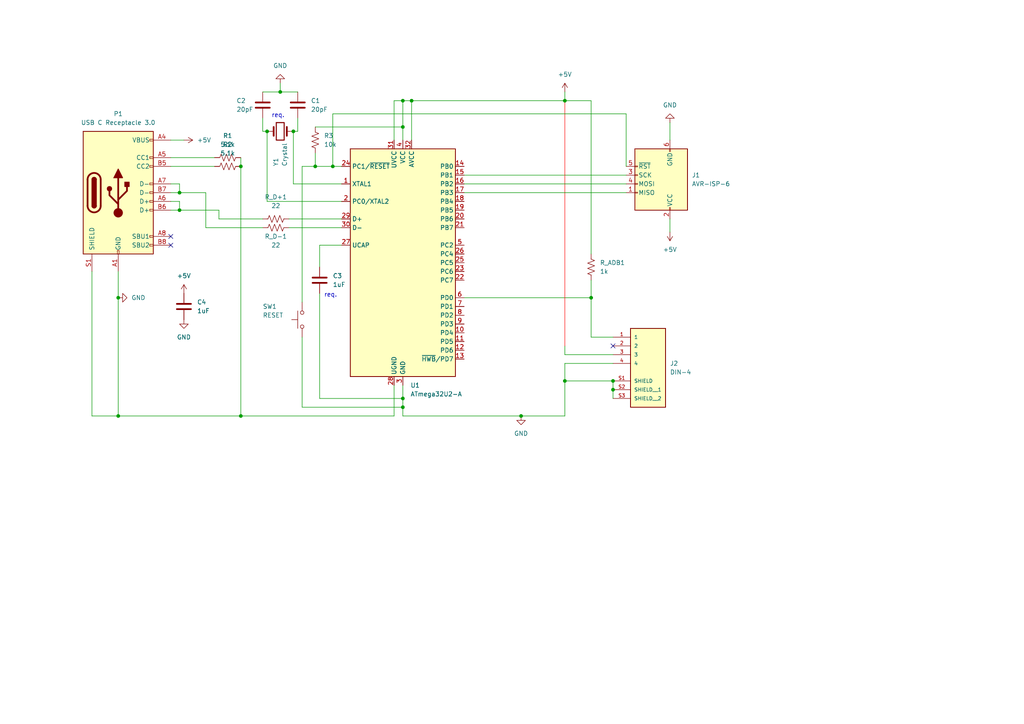
<source format=kicad_sch>
(kicad_sch (version 20230121) (generator eeschema)

  (uuid dd9be068-e6a1-49c9-befa-d3dcc90f4173)

  (paper "A4")

  (title_block
    (title "ADB to USB")
    (rev "01")
    (company "theking8694")
  )

  (lib_symbols
    (symbol "Connector:AVR-ISP-6" (pin_names (offset 1.016)) (in_bom yes) (on_board yes)
      (property "Reference" "J" (at -6.35 11.43 0)
        (effects (font (size 1.27 1.27)) (justify left))
      )
      (property "Value" "AVR-ISP-6" (at 0 11.43 0)
        (effects (font (size 1.27 1.27)) (justify left))
      )
      (property "Footprint" "" (at -6.35 1.27 90)
        (effects (font (size 1.27 1.27)) hide)
      )
      (property "Datasheet" " ~" (at -32.385 -13.97 0)
        (effects (font (size 1.27 1.27)) hide)
      )
      (property "ki_keywords" "AVR ISP Connector" (at 0 0 0)
        (effects (font (size 1.27 1.27)) hide)
      )
      (property "ki_description" "Atmel 6-pin ISP connector" (at 0 0 0)
        (effects (font (size 1.27 1.27)) hide)
      )
      (property "ki_fp_filters" "IDC?Header*2x03* Pin?Header*2x03*" (at 0 0 0)
        (effects (font (size 1.27 1.27)) hide)
      )
      (symbol "AVR-ISP-6_0_1"
        (rectangle (start -2.667 -6.858) (end -2.413 -7.62)
          (stroke (width 0) (type default))
          (fill (type none))
        )
        (rectangle (start -2.667 10.16) (end -2.413 9.398)
          (stroke (width 0) (type default))
          (fill (type none))
        )
        (rectangle (start 7.62 -2.413) (end 6.858 -2.667)
          (stroke (width 0) (type default))
          (fill (type none))
        )
        (rectangle (start 7.62 0.127) (end 6.858 -0.127)
          (stroke (width 0) (type default))
          (fill (type none))
        )
        (rectangle (start 7.62 2.667) (end 6.858 2.413)
          (stroke (width 0) (type default))
          (fill (type none))
        )
        (rectangle (start 7.62 5.207) (end 6.858 4.953)
          (stroke (width 0) (type default))
          (fill (type none))
        )
        (rectangle (start 7.62 10.16) (end -7.62 -7.62)
          (stroke (width 0.254) (type default))
          (fill (type background))
        )
      )
      (symbol "AVR-ISP-6_1_1"
        (pin passive line (at 10.16 5.08 180) (length 2.54)
          (name "MISO" (effects (font (size 1.27 1.27))))
          (number "1" (effects (font (size 1.27 1.27))))
        )
        (pin passive line (at -2.54 12.7 270) (length 2.54)
          (name "VCC" (effects (font (size 1.27 1.27))))
          (number "2" (effects (font (size 1.27 1.27))))
        )
        (pin passive line (at 10.16 0 180) (length 2.54)
          (name "SCK" (effects (font (size 1.27 1.27))))
          (number "3" (effects (font (size 1.27 1.27))))
        )
        (pin passive line (at 10.16 2.54 180) (length 2.54)
          (name "MOSI" (effects (font (size 1.27 1.27))))
          (number "4" (effects (font (size 1.27 1.27))))
        )
        (pin passive line (at 10.16 -2.54 180) (length 2.54)
          (name "~{RST}" (effects (font (size 1.27 1.27))))
          (number "5" (effects (font (size 1.27 1.27))))
        )
        (pin passive line (at -2.54 -10.16 90) (length 2.54)
          (name "GND" (effects (font (size 1.27 1.27))))
          (number "6" (effects (font (size 1.27 1.27))))
        )
      )
    )
    (symbol "Connector:USB_C_Receptacle_USB2.0" (pin_names (offset 1.016)) (in_bom yes) (on_board yes)
      (property "Reference" "J" (at -10.16 19.05 0)
        (effects (font (size 1.27 1.27)) (justify left))
      )
      (property "Value" "USB_C_Receptacle_USB2.0" (at 19.05 19.05 0)
        (effects (font (size 1.27 1.27)) (justify right))
      )
      (property "Footprint" "" (at 3.81 0 0)
        (effects (font (size 1.27 1.27)) hide)
      )
      (property "Datasheet" "https://www.usb.org/sites/default/files/documents/usb_type-c.zip" (at 3.81 0 0)
        (effects (font (size 1.27 1.27)) hide)
      )
      (property "ki_keywords" "usb universal serial bus type-C USB2.0" (at 0 0 0)
        (effects (font (size 1.27 1.27)) hide)
      )
      (property "ki_description" "USB 2.0-only Type-C Receptacle connector" (at 0 0 0)
        (effects (font (size 1.27 1.27)) hide)
      )
      (property "ki_fp_filters" "USB*C*Receptacle*" (at 0 0 0)
        (effects (font (size 1.27 1.27)) hide)
      )
      (symbol "USB_C_Receptacle_USB2.0_0_0"
        (rectangle (start -0.254 -17.78) (end 0.254 -16.764)
          (stroke (width 0) (type default))
          (fill (type none))
        )
        (rectangle (start 10.16 -14.986) (end 9.144 -15.494)
          (stroke (width 0) (type default))
          (fill (type none))
        )
        (rectangle (start 10.16 -12.446) (end 9.144 -12.954)
          (stroke (width 0) (type default))
          (fill (type none))
        )
        (rectangle (start 10.16 -4.826) (end 9.144 -5.334)
          (stroke (width 0) (type default))
          (fill (type none))
        )
        (rectangle (start 10.16 -2.286) (end 9.144 -2.794)
          (stroke (width 0) (type default))
          (fill (type none))
        )
        (rectangle (start 10.16 0.254) (end 9.144 -0.254)
          (stroke (width 0) (type default))
          (fill (type none))
        )
        (rectangle (start 10.16 2.794) (end 9.144 2.286)
          (stroke (width 0) (type default))
          (fill (type none))
        )
        (rectangle (start 10.16 7.874) (end 9.144 7.366)
          (stroke (width 0) (type default))
          (fill (type none))
        )
        (rectangle (start 10.16 10.414) (end 9.144 9.906)
          (stroke (width 0) (type default))
          (fill (type none))
        )
        (rectangle (start 10.16 15.494) (end 9.144 14.986)
          (stroke (width 0) (type default))
          (fill (type none))
        )
      )
      (symbol "USB_C_Receptacle_USB2.0_0_1"
        (rectangle (start -10.16 17.78) (end 10.16 -17.78)
          (stroke (width 0.254) (type default))
          (fill (type background))
        )
        (arc (start -8.89 -3.81) (mid -6.985 -5.7067) (end -5.08 -3.81)
          (stroke (width 0.508) (type default))
          (fill (type none))
        )
        (arc (start -7.62 -3.81) (mid -6.985 -4.4423) (end -6.35 -3.81)
          (stroke (width 0.254) (type default))
          (fill (type none))
        )
        (arc (start -7.62 -3.81) (mid -6.985 -4.4423) (end -6.35 -3.81)
          (stroke (width 0.254) (type default))
          (fill (type outline))
        )
        (rectangle (start -7.62 -3.81) (end -6.35 3.81)
          (stroke (width 0.254) (type default))
          (fill (type outline))
        )
        (arc (start -6.35 3.81) (mid -6.985 4.4423) (end -7.62 3.81)
          (stroke (width 0.254) (type default))
          (fill (type none))
        )
        (arc (start -6.35 3.81) (mid -6.985 4.4423) (end -7.62 3.81)
          (stroke (width 0.254) (type default))
          (fill (type outline))
        )
        (arc (start -5.08 3.81) (mid -6.985 5.7067) (end -8.89 3.81)
          (stroke (width 0.508) (type default))
          (fill (type none))
        )
        (circle (center -2.54 1.143) (radius 0.635)
          (stroke (width 0.254) (type default))
          (fill (type outline))
        )
        (circle (center 0 -5.842) (radius 1.27)
          (stroke (width 0) (type default))
          (fill (type outline))
        )
        (polyline
          (pts
            (xy -8.89 -3.81)
            (xy -8.89 3.81)
          )
          (stroke (width 0.508) (type default))
          (fill (type none))
        )
        (polyline
          (pts
            (xy -5.08 3.81)
            (xy -5.08 -3.81)
          )
          (stroke (width 0.508) (type default))
          (fill (type none))
        )
        (polyline
          (pts
            (xy 0 -5.842)
            (xy 0 4.318)
          )
          (stroke (width 0.508) (type default))
          (fill (type none))
        )
        (polyline
          (pts
            (xy 0 -3.302)
            (xy -2.54 -0.762)
            (xy -2.54 0.508)
          )
          (stroke (width 0.508) (type default))
          (fill (type none))
        )
        (polyline
          (pts
            (xy 0 -2.032)
            (xy 2.54 0.508)
            (xy 2.54 1.778)
          )
          (stroke (width 0.508) (type default))
          (fill (type none))
        )
        (polyline
          (pts
            (xy -1.27 4.318)
            (xy 0 6.858)
            (xy 1.27 4.318)
            (xy -1.27 4.318)
          )
          (stroke (width 0.254) (type default))
          (fill (type outline))
        )
        (rectangle (start 1.905 1.778) (end 3.175 3.048)
          (stroke (width 0.254) (type default))
          (fill (type outline))
        )
      )
      (symbol "USB_C_Receptacle_USB2.0_1_1"
        (pin passive line (at 0 -22.86 90) (length 5.08)
          (name "GND" (effects (font (size 1.27 1.27))))
          (number "A1" (effects (font (size 1.27 1.27))))
        )
        (pin passive line (at 0 -22.86 90) (length 5.08) hide
          (name "GND" (effects (font (size 1.27 1.27))))
          (number "A12" (effects (font (size 1.27 1.27))))
        )
        (pin passive line (at 15.24 15.24 180) (length 5.08)
          (name "VBUS" (effects (font (size 1.27 1.27))))
          (number "A4" (effects (font (size 1.27 1.27))))
        )
        (pin bidirectional line (at 15.24 10.16 180) (length 5.08)
          (name "CC1" (effects (font (size 1.27 1.27))))
          (number "A5" (effects (font (size 1.27 1.27))))
        )
        (pin bidirectional line (at 15.24 -2.54 180) (length 5.08)
          (name "D+" (effects (font (size 1.27 1.27))))
          (number "A6" (effects (font (size 1.27 1.27))))
        )
        (pin bidirectional line (at 15.24 2.54 180) (length 5.08)
          (name "D-" (effects (font (size 1.27 1.27))))
          (number "A7" (effects (font (size 1.27 1.27))))
        )
        (pin bidirectional line (at 15.24 -12.7 180) (length 5.08)
          (name "SBU1" (effects (font (size 1.27 1.27))))
          (number "A8" (effects (font (size 1.27 1.27))))
        )
        (pin passive line (at 15.24 15.24 180) (length 5.08) hide
          (name "VBUS" (effects (font (size 1.27 1.27))))
          (number "A9" (effects (font (size 1.27 1.27))))
        )
        (pin passive line (at 0 -22.86 90) (length 5.08) hide
          (name "GND" (effects (font (size 1.27 1.27))))
          (number "B1" (effects (font (size 1.27 1.27))))
        )
        (pin passive line (at 0 -22.86 90) (length 5.08) hide
          (name "GND" (effects (font (size 1.27 1.27))))
          (number "B12" (effects (font (size 1.27 1.27))))
        )
        (pin passive line (at 15.24 15.24 180) (length 5.08) hide
          (name "VBUS" (effects (font (size 1.27 1.27))))
          (number "B4" (effects (font (size 1.27 1.27))))
        )
        (pin bidirectional line (at 15.24 7.62 180) (length 5.08)
          (name "CC2" (effects (font (size 1.27 1.27))))
          (number "B5" (effects (font (size 1.27 1.27))))
        )
        (pin bidirectional line (at 15.24 -5.08 180) (length 5.08)
          (name "D+" (effects (font (size 1.27 1.27))))
          (number "B6" (effects (font (size 1.27 1.27))))
        )
        (pin bidirectional line (at 15.24 0 180) (length 5.08)
          (name "D-" (effects (font (size 1.27 1.27))))
          (number "B7" (effects (font (size 1.27 1.27))))
        )
        (pin bidirectional line (at 15.24 -15.24 180) (length 5.08)
          (name "SBU2" (effects (font (size 1.27 1.27))))
          (number "B8" (effects (font (size 1.27 1.27))))
        )
        (pin passive line (at 15.24 15.24 180) (length 5.08) hide
          (name "VBUS" (effects (font (size 1.27 1.27))))
          (number "B9" (effects (font (size 1.27 1.27))))
        )
        (pin passive line (at -7.62 -22.86 90) (length 5.08)
          (name "SHIELD" (effects (font (size 1.27 1.27))))
          (number "S1" (effects (font (size 1.27 1.27))))
        )
      )
    )
    (symbol "Device:C" (pin_numbers hide) (pin_names (offset 0.254)) (in_bom yes) (on_board yes)
      (property "Reference" "C" (at 0.635 2.54 0)
        (effects (font (size 1.27 1.27)) (justify left))
      )
      (property "Value" "C" (at 0.635 -2.54 0)
        (effects (font (size 1.27 1.27)) (justify left))
      )
      (property "Footprint" "" (at 0.9652 -3.81 0)
        (effects (font (size 1.27 1.27)) hide)
      )
      (property "Datasheet" "~" (at 0 0 0)
        (effects (font (size 1.27 1.27)) hide)
      )
      (property "ki_keywords" "cap capacitor" (at 0 0 0)
        (effects (font (size 1.27 1.27)) hide)
      )
      (property "ki_description" "Unpolarized capacitor" (at 0 0 0)
        (effects (font (size 1.27 1.27)) hide)
      )
      (property "ki_fp_filters" "C_*" (at 0 0 0)
        (effects (font (size 1.27 1.27)) hide)
      )
      (symbol "C_0_1"
        (polyline
          (pts
            (xy -2.032 -0.762)
            (xy 2.032 -0.762)
          )
          (stroke (width 0.508) (type default))
          (fill (type none))
        )
        (polyline
          (pts
            (xy -2.032 0.762)
            (xy 2.032 0.762)
          )
          (stroke (width 0.508) (type default))
          (fill (type none))
        )
      )
      (symbol "C_1_1"
        (pin passive line (at 0 3.81 270) (length 2.794)
          (name "~" (effects (font (size 1.27 1.27))))
          (number "1" (effects (font (size 1.27 1.27))))
        )
        (pin passive line (at 0 -3.81 90) (length 2.794)
          (name "~" (effects (font (size 1.27 1.27))))
          (number "2" (effects (font (size 1.27 1.27))))
        )
      )
    )
    (symbol "Device:Crystal" (pin_numbers hide) (pin_names (offset 1.016) hide) (in_bom yes) (on_board yes)
      (property "Reference" "Y" (at 0 3.81 0)
        (effects (font (size 1.27 1.27)))
      )
      (property "Value" "Crystal" (at 0 -3.81 0)
        (effects (font (size 1.27 1.27)))
      )
      (property "Footprint" "" (at 0 0 0)
        (effects (font (size 1.27 1.27)) hide)
      )
      (property "Datasheet" "~" (at 0 0 0)
        (effects (font (size 1.27 1.27)) hide)
      )
      (property "ki_keywords" "quartz ceramic resonator oscillator" (at 0 0 0)
        (effects (font (size 1.27 1.27)) hide)
      )
      (property "ki_description" "Two pin crystal" (at 0 0 0)
        (effects (font (size 1.27 1.27)) hide)
      )
      (property "ki_fp_filters" "Crystal*" (at 0 0 0)
        (effects (font (size 1.27 1.27)) hide)
      )
      (symbol "Crystal_0_1"
        (rectangle (start -1.143 2.54) (end 1.143 -2.54)
          (stroke (width 0.3048) (type default))
          (fill (type none))
        )
        (polyline
          (pts
            (xy -2.54 0)
            (xy -1.905 0)
          )
          (stroke (width 0) (type default))
          (fill (type none))
        )
        (polyline
          (pts
            (xy -1.905 -1.27)
            (xy -1.905 1.27)
          )
          (stroke (width 0.508) (type default))
          (fill (type none))
        )
        (polyline
          (pts
            (xy 1.905 -1.27)
            (xy 1.905 1.27)
          )
          (stroke (width 0.508) (type default))
          (fill (type none))
        )
        (polyline
          (pts
            (xy 2.54 0)
            (xy 1.905 0)
          )
          (stroke (width 0) (type default))
          (fill (type none))
        )
      )
      (symbol "Crystal_1_1"
        (pin passive line (at -3.81 0 0) (length 1.27)
          (name "1" (effects (font (size 1.27 1.27))))
          (number "1" (effects (font (size 1.27 1.27))))
        )
        (pin passive line (at 3.81 0 180) (length 1.27)
          (name "2" (effects (font (size 1.27 1.27))))
          (number "2" (effects (font (size 1.27 1.27))))
        )
      )
    )
    (symbol "Device:R_US" (pin_numbers hide) (pin_names (offset 0)) (in_bom yes) (on_board yes)
      (property "Reference" "R" (at 2.54 0 90)
        (effects (font (size 1.27 1.27)))
      )
      (property "Value" "R_US" (at -2.54 0 90)
        (effects (font (size 1.27 1.27)))
      )
      (property "Footprint" "" (at 1.016 -0.254 90)
        (effects (font (size 1.27 1.27)) hide)
      )
      (property "Datasheet" "~" (at 0 0 0)
        (effects (font (size 1.27 1.27)) hide)
      )
      (property "ki_keywords" "R res resistor" (at 0 0 0)
        (effects (font (size 1.27 1.27)) hide)
      )
      (property "ki_description" "Resistor, US symbol" (at 0 0 0)
        (effects (font (size 1.27 1.27)) hide)
      )
      (property "ki_fp_filters" "R_*" (at 0 0 0)
        (effects (font (size 1.27 1.27)) hide)
      )
      (symbol "R_US_0_1"
        (polyline
          (pts
            (xy 0 -2.286)
            (xy 0 -2.54)
          )
          (stroke (width 0) (type default))
          (fill (type none))
        )
        (polyline
          (pts
            (xy 0 2.286)
            (xy 0 2.54)
          )
          (stroke (width 0) (type default))
          (fill (type none))
        )
        (polyline
          (pts
            (xy 0 -0.762)
            (xy 1.016 -1.143)
            (xy 0 -1.524)
            (xy -1.016 -1.905)
            (xy 0 -2.286)
          )
          (stroke (width 0) (type default))
          (fill (type none))
        )
        (polyline
          (pts
            (xy 0 0.762)
            (xy 1.016 0.381)
            (xy 0 0)
            (xy -1.016 -0.381)
            (xy 0 -0.762)
          )
          (stroke (width 0) (type default))
          (fill (type none))
        )
        (polyline
          (pts
            (xy 0 2.286)
            (xy 1.016 1.905)
            (xy 0 1.524)
            (xy -1.016 1.143)
            (xy 0 0.762)
          )
          (stroke (width 0) (type default))
          (fill (type none))
        )
      )
      (symbol "R_US_1_1"
        (pin passive line (at 0 3.81 270) (length 1.27)
          (name "~" (effects (font (size 1.27 1.27))))
          (number "1" (effects (font (size 1.27 1.27))))
        )
        (pin passive line (at 0 -3.81 90) (length 1.27)
          (name "~" (effects (font (size 1.27 1.27))))
          (number "2" (effects (font (size 1.27 1.27))))
        )
      )
    )
    (symbol "MCU_Microchip_ATmega:ATmega32U2-A" (in_bom yes) (on_board yes)
      (property "Reference" "U" (at -15.24 34.29 0)
        (effects (font (size 1.27 1.27)) (justify left bottom))
      )
      (property "Value" "ATmega32U2-A" (at 2.54 -34.29 0)
        (effects (font (size 1.27 1.27)) (justify left top))
      )
      (property "Footprint" "Package_QFP:TQFP-32_7x7mm_P0.8mm" (at 0 0 0)
        (effects (font (size 1.27 1.27) italic) hide)
      )
      (property "Datasheet" "http://ww1.microchip.com/downloads/en/DeviceDoc/doc7799.pdf" (at 0 0 0)
        (effects (font (size 1.27 1.27)) hide)
      )
      (property "ki_keywords" "AVR 8bit Microcontroller MegaAVR" (at 0 0 0)
        (effects (font (size 1.27 1.27)) hide)
      )
      (property "ki_description" "16MHz, 32kB Flash, 1kB SRAM, 1kB EEPROM, TQFP-32" (at 0 0 0)
        (effects (font (size 1.27 1.27)) hide)
      )
      (property "ki_fp_filters" "TQFP*7x7mm*P0.8mm*" (at 0 0 0)
        (effects (font (size 1.27 1.27)) hide)
      )
      (symbol "ATmega32U2-A_0_1"
        (rectangle (start -15.24 -33.02) (end 15.24 33.02)
          (stroke (width 0.254) (type default))
          (fill (type background))
        )
      )
      (symbol "ATmega32U2-A_1_1"
        (pin input line (at -17.78 22.86 0) (length 2.54)
          (name "XTAL1" (effects (font (size 1.27 1.27))))
          (number "1" (effects (font (size 1.27 1.27))))
        )
        (pin bidirectional line (at 17.78 -20.32 180) (length 2.54)
          (name "PD4" (effects (font (size 1.27 1.27))))
          (number "10" (effects (font (size 1.27 1.27))))
        )
        (pin bidirectional line (at 17.78 -22.86 180) (length 2.54)
          (name "PD5" (effects (font (size 1.27 1.27))))
          (number "11" (effects (font (size 1.27 1.27))))
        )
        (pin bidirectional line (at 17.78 -25.4 180) (length 2.54)
          (name "PD6" (effects (font (size 1.27 1.27))))
          (number "12" (effects (font (size 1.27 1.27))))
        )
        (pin bidirectional line (at 17.78 -27.94 180) (length 2.54)
          (name "~{HWB}/PD7" (effects (font (size 1.27 1.27))))
          (number "13" (effects (font (size 1.27 1.27))))
        )
        (pin bidirectional line (at 17.78 27.94 180) (length 2.54)
          (name "PB0" (effects (font (size 1.27 1.27))))
          (number "14" (effects (font (size 1.27 1.27))))
        )
        (pin bidirectional line (at 17.78 25.4 180) (length 2.54)
          (name "PB1" (effects (font (size 1.27 1.27))))
          (number "15" (effects (font (size 1.27 1.27))))
        )
        (pin bidirectional line (at 17.78 22.86 180) (length 2.54)
          (name "PB2" (effects (font (size 1.27 1.27))))
          (number "16" (effects (font (size 1.27 1.27))))
        )
        (pin bidirectional line (at 17.78 20.32 180) (length 2.54)
          (name "PB3" (effects (font (size 1.27 1.27))))
          (number "17" (effects (font (size 1.27 1.27))))
        )
        (pin bidirectional line (at 17.78 17.78 180) (length 2.54)
          (name "PB4" (effects (font (size 1.27 1.27))))
          (number "18" (effects (font (size 1.27 1.27))))
        )
        (pin bidirectional line (at 17.78 15.24 180) (length 2.54)
          (name "PB5" (effects (font (size 1.27 1.27))))
          (number "19" (effects (font (size 1.27 1.27))))
        )
        (pin bidirectional line (at -17.78 17.78 0) (length 2.54)
          (name "PC0/XTAL2" (effects (font (size 1.27 1.27))))
          (number "2" (effects (font (size 1.27 1.27))))
        )
        (pin bidirectional line (at 17.78 12.7 180) (length 2.54)
          (name "PB6" (effects (font (size 1.27 1.27))))
          (number "20" (effects (font (size 1.27 1.27))))
        )
        (pin bidirectional line (at 17.78 10.16 180) (length 2.54)
          (name "PB7" (effects (font (size 1.27 1.27))))
          (number "21" (effects (font (size 1.27 1.27))))
        )
        (pin bidirectional line (at 17.78 -5.08 180) (length 2.54)
          (name "PC7" (effects (font (size 1.27 1.27))))
          (number "22" (effects (font (size 1.27 1.27))))
        )
        (pin bidirectional line (at 17.78 -2.54 180) (length 2.54)
          (name "PC6" (effects (font (size 1.27 1.27))))
          (number "23" (effects (font (size 1.27 1.27))))
        )
        (pin bidirectional line (at -17.78 27.94 0) (length 2.54)
          (name "PC1/~{RESET}" (effects (font (size 1.27 1.27))))
          (number "24" (effects (font (size 1.27 1.27))))
        )
        (pin bidirectional line (at 17.78 0 180) (length 2.54)
          (name "PC5" (effects (font (size 1.27 1.27))))
          (number "25" (effects (font (size 1.27 1.27))))
        )
        (pin bidirectional line (at 17.78 2.54 180) (length 2.54)
          (name "PC4" (effects (font (size 1.27 1.27))))
          (number "26" (effects (font (size 1.27 1.27))))
        )
        (pin passive line (at -17.78 5.08 0) (length 2.54)
          (name "UCAP" (effects (font (size 1.27 1.27))))
          (number "27" (effects (font (size 1.27 1.27))))
        )
        (pin power_in line (at -2.54 -35.56 90) (length 2.54)
          (name "UGND" (effects (font (size 1.27 1.27))))
          (number "28" (effects (font (size 1.27 1.27))))
        )
        (pin bidirectional line (at -17.78 12.7 0) (length 2.54)
          (name "D+" (effects (font (size 1.27 1.27))))
          (number "29" (effects (font (size 1.27 1.27))))
        )
        (pin power_in line (at 0 -35.56 90) (length 2.54)
          (name "GND" (effects (font (size 1.27 1.27))))
          (number "3" (effects (font (size 1.27 1.27))))
        )
        (pin bidirectional line (at -17.78 10.16 0) (length 2.54)
          (name "D-" (effects (font (size 1.27 1.27))))
          (number "30" (effects (font (size 1.27 1.27))))
        )
        (pin power_in line (at -2.54 35.56 270) (length 2.54)
          (name "UVCC" (effects (font (size 1.27 1.27))))
          (number "31" (effects (font (size 1.27 1.27))))
        )
        (pin power_in line (at 2.54 35.56 270) (length 2.54)
          (name "AVCC" (effects (font (size 1.27 1.27))))
          (number "32" (effects (font (size 1.27 1.27))))
        )
        (pin power_in line (at 0 35.56 270) (length 2.54)
          (name "VCC" (effects (font (size 1.27 1.27))))
          (number "4" (effects (font (size 1.27 1.27))))
        )
        (pin bidirectional line (at 17.78 5.08 180) (length 2.54)
          (name "PC2" (effects (font (size 1.27 1.27))))
          (number "5" (effects (font (size 1.27 1.27))))
        )
        (pin bidirectional line (at 17.78 -10.16 180) (length 2.54)
          (name "PD0" (effects (font (size 1.27 1.27))))
          (number "6" (effects (font (size 1.27 1.27))))
        )
        (pin bidirectional line (at 17.78 -12.7 180) (length 2.54)
          (name "PD1" (effects (font (size 1.27 1.27))))
          (number "7" (effects (font (size 1.27 1.27))))
        )
        (pin bidirectional line (at 17.78 -15.24 180) (length 2.54)
          (name "PD2" (effects (font (size 1.27 1.27))))
          (number "8" (effects (font (size 1.27 1.27))))
        )
        (pin bidirectional line (at 17.78 -17.78 180) (length 2.54)
          (name "PD3" (effects (font (size 1.27 1.27))))
          (number "9" (effects (font (size 1.27 1.27))))
        )
      )
    )
    (symbol "MD-40SMK:MD-40SMK" (pin_names (offset 1.016)) (in_bom yes) (on_board yes)
      (property "Reference" "J" (at -5.081 7.6215 0)
        (effects (font (size 1.27 1.27)) (justify left bottom))
      )
      (property "Value" "MD-40SMK" (at -5.0888 -17.8019 0)
        (effects (font (size 1.27 1.27)) (justify left bottom))
      )
      (property "Footprint" "MD-40SMK:CUI_MD-40SMK" (at 0 0 0)
        (effects (font (size 1.27 1.27)) (justify bottom) hide)
      )
      (property "Datasheet" "" (at 0 0 0)
        (effects (font (size 1.27 1.27)) hide)
      )
      (property "STANDARD" "Manufacturer recommendation" (at 0 0 0)
        (effects (font (size 1.27 1.27)) (justify bottom) hide)
      )
      (property "PART_REV" "1.02" (at 0 0 0)
        (effects (font (size 1.27 1.27)) (justify bottom) hide)
      )
      (property "MANUFACTURER" "CUI Inc" (at 0 0 0)
        (effects (font (size 1.27 1.27)) (justify bottom) hide)
      )
      (symbol "MD-40SMK_0_0"
        (rectangle (start -5.08 -15.24) (end 5.08 7.62)
          (stroke (width 0.254) (type default))
          (fill (type background))
        )
        (pin passive line (at -10.16 5.08 0) (length 5.08)
          (name "1" (effects (font (size 1.016 1.016))))
          (number "1" (effects (font (size 1.016 1.016))))
        )
        (pin passive line (at -10.16 2.54 0) (length 5.08)
          (name "2" (effects (font (size 1.016 1.016))))
          (number "2" (effects (font (size 1.016 1.016))))
        )
        (pin passive line (at -10.16 0 0) (length 5.08)
          (name "3" (effects (font (size 1.016 1.016))))
          (number "3" (effects (font (size 1.016 1.016))))
        )
        (pin passive line (at -10.16 -2.54 0) (length 5.08)
          (name "4" (effects (font (size 1.016 1.016))))
          (number "4" (effects (font (size 1.016 1.016))))
        )
        (pin passive line (at -10.16 -7.62 0) (length 5.08)
          (name "SHIELD" (effects (font (size 1.016 1.016))))
          (number "S1" (effects (font (size 1.016 1.016))))
        )
        (pin passive line (at -10.16 -10.16 0) (length 5.08)
          (name "SHIELD__1" (effects (font (size 1.016 1.016))))
          (number "S2" (effects (font (size 1.016 1.016))))
        )
        (pin passive line (at -10.16 -12.7 0) (length 5.08)
          (name "SHIELD__2" (effects (font (size 1.016 1.016))))
          (number "S3" (effects (font (size 1.016 1.016))))
        )
      )
    )
    (symbol "Switch:SW_Push" (pin_numbers hide) (pin_names (offset 1.016) hide) (in_bom yes) (on_board yes)
      (property "Reference" "SW" (at 1.27 2.54 0)
        (effects (font (size 1.27 1.27)) (justify left))
      )
      (property "Value" "SW_Push" (at 0 -1.524 0)
        (effects (font (size 1.27 1.27)))
      )
      (property "Footprint" "" (at 0 5.08 0)
        (effects (font (size 1.27 1.27)) hide)
      )
      (property "Datasheet" "~" (at 0 5.08 0)
        (effects (font (size 1.27 1.27)) hide)
      )
      (property "ki_keywords" "switch normally-open pushbutton push-button" (at 0 0 0)
        (effects (font (size 1.27 1.27)) hide)
      )
      (property "ki_description" "Push button switch, generic, two pins" (at 0 0 0)
        (effects (font (size 1.27 1.27)) hide)
      )
      (symbol "SW_Push_0_1"
        (circle (center -2.032 0) (radius 0.508)
          (stroke (width 0) (type default))
          (fill (type none))
        )
        (polyline
          (pts
            (xy 0 1.27)
            (xy 0 3.048)
          )
          (stroke (width 0) (type default))
          (fill (type none))
        )
        (polyline
          (pts
            (xy 2.54 1.27)
            (xy -2.54 1.27)
          )
          (stroke (width 0) (type default))
          (fill (type none))
        )
        (circle (center 2.032 0) (radius 0.508)
          (stroke (width 0) (type default))
          (fill (type none))
        )
        (pin passive line (at -5.08 0 0) (length 2.54)
          (name "1" (effects (font (size 1.27 1.27))))
          (number "1" (effects (font (size 1.27 1.27))))
        )
        (pin passive line (at 5.08 0 180) (length 2.54)
          (name "2" (effects (font (size 1.27 1.27))))
          (number "2" (effects (font (size 1.27 1.27))))
        )
      )
    )
    (symbol "power:+5V" (power) (pin_names (offset 0)) (in_bom yes) (on_board yes)
      (property "Reference" "#PWR" (at 0 -3.81 0)
        (effects (font (size 1.27 1.27)) hide)
      )
      (property "Value" "+5V" (at 0 3.556 0)
        (effects (font (size 1.27 1.27)))
      )
      (property "Footprint" "" (at 0 0 0)
        (effects (font (size 1.27 1.27)) hide)
      )
      (property "Datasheet" "" (at 0 0 0)
        (effects (font (size 1.27 1.27)) hide)
      )
      (property "ki_keywords" "global power" (at 0 0 0)
        (effects (font (size 1.27 1.27)) hide)
      )
      (property "ki_description" "Power symbol creates a global label with name \"+5V\"" (at 0 0 0)
        (effects (font (size 1.27 1.27)) hide)
      )
      (symbol "+5V_0_1"
        (polyline
          (pts
            (xy -0.762 1.27)
            (xy 0 2.54)
          )
          (stroke (width 0) (type default))
          (fill (type none))
        )
        (polyline
          (pts
            (xy 0 0)
            (xy 0 2.54)
          )
          (stroke (width 0) (type default))
          (fill (type none))
        )
        (polyline
          (pts
            (xy 0 2.54)
            (xy 0.762 1.27)
          )
          (stroke (width 0) (type default))
          (fill (type none))
        )
      )
      (symbol "+5V_1_1"
        (pin power_in line (at 0 0 90) (length 0) hide
          (name "+5V" (effects (font (size 1.27 1.27))))
          (number "1" (effects (font (size 1.27 1.27))))
        )
      )
    )
    (symbol "power:GND" (power) (pin_names (offset 0)) (in_bom yes) (on_board yes)
      (property "Reference" "#PWR" (at 0 -6.35 0)
        (effects (font (size 1.27 1.27)) hide)
      )
      (property "Value" "GND" (at 0 -3.81 0)
        (effects (font (size 1.27 1.27)))
      )
      (property "Footprint" "" (at 0 0 0)
        (effects (font (size 1.27 1.27)) hide)
      )
      (property "Datasheet" "" (at 0 0 0)
        (effects (font (size 1.27 1.27)) hide)
      )
      (property "ki_keywords" "global power" (at 0 0 0)
        (effects (font (size 1.27 1.27)) hide)
      )
      (property "ki_description" "Power symbol creates a global label with name \"GND\" , ground" (at 0 0 0)
        (effects (font (size 1.27 1.27)) hide)
      )
      (symbol "GND_0_1"
        (polyline
          (pts
            (xy 0 0)
            (xy 0 -1.27)
            (xy 1.27 -1.27)
            (xy 0 -2.54)
            (xy -1.27 -1.27)
            (xy 0 -1.27)
          )
          (stroke (width 0) (type default))
          (fill (type none))
        )
      )
      (symbol "GND_1_1"
        (pin power_in line (at 0 0 270) (length 0) hide
          (name "GND" (effects (font (size 1.27 1.27))))
          (number "1" (effects (font (size 1.27 1.27))))
        )
      )
    )
  )

  (junction (at 34.29 120.65) (diameter 0) (color 0 0 0 0)
    (uuid 0887fafb-802b-4f99-b532-a231bb816cbc)
  )
  (junction (at 69.85 120.65) (diameter 0) (color 0 0 0 0)
    (uuid 17d02e5a-4063-4a33-b3ef-e0fc33597d3c)
  )
  (junction (at 69.85 48.26) (diameter 0) (color 0 0 0 0)
    (uuid 234cb755-b311-49c7-bbe5-da3da8831b64)
  )
  (junction (at 171.45 86.36) (diameter 0) (color 0 0 0 0)
    (uuid 250b6b1a-d705-4553-b76a-925e2241ef08)
  )
  (junction (at 96.52 48.26) (diameter 0) (color 0 0 0 0)
    (uuid 4f0d636e-b1da-46fb-97fd-01aff7ca9466)
  )
  (junction (at 177.8 113.03) (diameter 0) (color 0 0 0 0)
    (uuid 71b2d4e1-fc35-4cd0-bb28-8cf723702911)
  )
  (junction (at 119.38 29.21) (diameter 0) (color 0 0 0 0)
    (uuid 722462f0-4366-46d8-8082-51e92b841a64)
  )
  (junction (at 81.28 26.67) (diameter 0) (color 0 0 0 0)
    (uuid 79ffb1ca-4066-4101-b102-cf8e4baab5ec)
  )
  (junction (at 34.29 86.36) (diameter 0) (color 0 0 0 0)
    (uuid 900d7657-3703-45b8-b4f5-2472c125fec9)
  )
  (junction (at 116.84 118.11) (diameter 0) (color 0 0 0 0)
    (uuid 962b1bf6-25d2-4e70-8578-d0bbce3b02ab)
  )
  (junction (at 163.83 29.21) (diameter 0) (color 0 0 0 0)
    (uuid 97c11def-44ef-4fcf-9ee1-c5d653522fe8)
  )
  (junction (at 116.84 36.83) (diameter 0) (color 0 0 0 0)
    (uuid 99950e34-c12c-4f99-8714-c1d6fe64eedf)
  )
  (junction (at 52.07 55.88) (diameter 0) (color 0 0 0 0)
    (uuid a89a9c61-deed-4c64-be53-98fedd89ca60)
  )
  (junction (at 163.83 110.49) (diameter 0) (color 0 0 0 0)
    (uuid a8d3459f-5ecb-4a30-8c16-d62242c64f3b)
  )
  (junction (at 177.8 110.49) (diameter 0) (color 0 0 0 0)
    (uuid b28639c0-c159-401b-b958-9e7df558a91a)
  )
  (junction (at 91.44 48.26) (diameter 0) (color 0 0 0 0)
    (uuid b3abb6ed-e21f-47ce-acd3-82d172fd819e)
  )
  (junction (at 116.84 115.57) (diameter 0) (color 0 0 0 0)
    (uuid c12b8bb4-c7c8-4264-adc0-1041aa765ff5)
  )
  (junction (at 85.09 38.1) (diameter 0) (color 0 0 0 0)
    (uuid c3852dce-7667-4916-9b9d-d862ce3655c1)
  )
  (junction (at 77.47 38.1) (diameter 0) (color 0 0 0 0)
    (uuid d90ce8bd-619d-4cb9-890c-b90c02a75978)
  )
  (junction (at 151.13 120.65) (diameter 0) (color 0 0 0 0)
    (uuid e3237ec8-21b0-4102-9ada-9c44f3dddce9)
  )
  (junction (at 52.07 60.96) (diameter 0) (color 0 0 0 0)
    (uuid f1261dc7-4002-4643-bf77-1ebb5063a47f)
  )
  (junction (at 116.84 29.21) (diameter 0) (color 0 0 0 0)
    (uuid f73a5311-b1da-4344-9756-a882c0291ebb)
  )

  (no_connect (at 177.8 100.33) (uuid 4479e8cc-e06d-4771-9378-b142da46a234))
  (no_connect (at 49.53 71.12) (uuid 7db81ff5-790c-4b29-b945-44ca48621dbc))
  (no_connect (at 49.53 68.58) (uuid 889ece83-7830-4bba-8b33-2b2e1c2abcfc))

  (wire (pts (xy 83.82 66.04) (xy 99.06 66.04))
    (stroke (width 0) (type default))
    (uuid 04ec992d-4038-4ced-b1b8-331416e8d5b1)
  )
  (wire (pts (xy 52.07 53.34) (xy 52.07 55.88))
    (stroke (width 0) (type default))
    (uuid 06cef30b-2fcc-4eb2-8424-e16de388147a)
  )
  (wire (pts (xy 76.2 34.29) (xy 76.2 38.1))
    (stroke (width 0) (type default))
    (uuid 07777ba4-aeb8-48a9-98b9-7961178c556c)
  )
  (wire (pts (xy 116.84 40.64) (xy 116.84 36.83))
    (stroke (width 0) (type default))
    (uuid 087aa18b-36f9-42c1-bdd3-7e7ed4bfb50f)
  )
  (wire (pts (xy 76.2 66.04) (xy 59.69 66.04))
    (stroke (width 0) (type default))
    (uuid 0a5476e5-b31b-420b-8922-93de837becd1)
  )
  (wire (pts (xy 69.85 45.72) (xy 69.85 48.26))
    (stroke (width 0) (type default))
    (uuid 0b6b8495-f4e9-4376-b570-33f8255a3a1c)
  )
  (wire (pts (xy 34.29 120.65) (xy 69.85 120.65))
    (stroke (width 0) (type default))
    (uuid 139c830b-185f-40da-bf3f-810548dfbefe)
  )
  (wire (pts (xy 92.71 77.47) (xy 92.71 71.12))
    (stroke (width 0) (type default))
    (uuid 18442805-de90-40aa-a9fa-6414e399799f)
  )
  (wire (pts (xy 171.45 29.21) (xy 163.83 29.21))
    (stroke (width 0) (type default))
    (uuid 18ea021a-1181-49c9-9f07-c51d190de1d1)
  )
  (wire (pts (xy 34.29 86.36) (xy 34.29 120.65))
    (stroke (width 0) (type default))
    (uuid 1a333e70-3e5d-4cd3-b2aa-ad8dbf968e47)
  )
  (wire (pts (xy 76.2 26.67) (xy 81.28 26.67))
    (stroke (width 0) (type default))
    (uuid 1a694aad-69ae-4183-9b8d-19e1d0d74a9d)
  )
  (wire (pts (xy 177.8 110.49) (xy 177.8 113.03))
    (stroke (width 0) (type default))
    (uuid 1b28f58e-7af3-4558-8dec-776937b7aa6c)
  )
  (wire (pts (xy 91.44 44.45) (xy 91.44 48.26))
    (stroke (width 0) (type default))
    (uuid 1ff6d6e1-a5d3-44f8-8203-75df6b1ecf4b)
  )
  (wire (pts (xy 91.44 36.83) (xy 116.84 36.83))
    (stroke (width 0) (type default))
    (uuid 22db15cc-fca3-4b47-92d6-e4343a72cfcf)
  )
  (wire (pts (xy 49.53 55.88) (xy 52.07 55.88))
    (stroke (width 0) (type default))
    (uuid 24c94c49-e7cb-4546-b9f2-528d4f02671e)
  )
  (wire (pts (xy 119.38 29.21) (xy 119.38 40.64))
    (stroke (width 0) (type default))
    (uuid 25c817a5-9d1e-4fd4-adc5-b353ac64c303)
  )
  (wire (pts (xy 116.84 118.11) (xy 116.84 120.65))
    (stroke (width 0) (type default))
    (uuid 265a6215-5100-4c76-80c8-40d0c5fb0780)
  )
  (wire (pts (xy 49.53 45.72) (xy 62.23 45.72))
    (stroke (width 0) (type default))
    (uuid 2a4b6ab4-1704-4e38-b33b-c1d874c14be2)
  )
  (wire (pts (xy 87.63 48.26) (xy 87.63 87.63))
    (stroke (width 0) (type default))
    (uuid 2b19e84b-1686-4bd6-8c15-bd0a84baa478)
  )
  (wire (pts (xy 77.47 38.1) (xy 77.47 58.42))
    (stroke (width 0) (type default))
    (uuid 2e485d46-6a44-49cb-956a-2bd020de1816)
  )
  (wire (pts (xy 87.63 97.79) (xy 87.63 118.11))
    (stroke (width 0) (type default))
    (uuid 314b17a8-5c9d-4765-8d53-1265f1e1968b)
  )
  (wire (pts (xy 63.5 60.96) (xy 52.07 60.96))
    (stroke (width 0) (type default))
    (uuid 35608b68-22b1-4ff9-8ff2-3707db9f7d8c)
  )
  (wire (pts (xy 49.53 58.42) (xy 52.07 58.42))
    (stroke (width 0) (type default))
    (uuid 3700a413-f7a7-448f-b1f2-da4bd534c01a)
  )
  (wire (pts (xy 99.06 48.26) (xy 96.52 48.26))
    (stroke (width 0) (type default))
    (uuid 3932d85c-41b1-4a02-bc18-1ef7f932f9bd)
  )
  (wire (pts (xy 116.84 120.65) (xy 151.13 120.65))
    (stroke (width 0) (type default))
    (uuid 426704a8-0537-4300-947d-dca17bd8af36)
  )
  (wire (pts (xy 177.8 113.03) (xy 177.8 115.57))
    (stroke (width 0) (type default))
    (uuid 4681f076-7869-436a-a0c7-79497af1a0f0)
  )
  (wire (pts (xy 76.2 63.5) (xy 63.5 63.5))
    (stroke (width 0) (type default))
    (uuid 4d48a5ab-dbe8-489d-806c-f5df92107a25)
  )
  (wire (pts (xy 163.83 105.41) (xy 177.8 105.41))
    (stroke (width 0) (type default))
    (uuid 4e597ac3-b779-4a1f-998a-30f5e88c4d78)
  )
  (wire (pts (xy 69.85 120.65) (xy 114.3 120.65))
    (stroke (width 0) (type default))
    (uuid 50204261-cfdd-4681-af37-f94423533611)
  )
  (wire (pts (xy 86.36 34.29) (xy 86.36 38.1))
    (stroke (width 0) (type default))
    (uuid 505757a4-0723-4498-8f73-0271ec2116b6)
  )
  (wire (pts (xy 34.29 78.74) (xy 34.29 86.36))
    (stroke (width 0) (type default))
    (uuid 5132bb39-7609-49b9-a3b9-9c3cec1c1d9b)
  )
  (wire (pts (xy 81.28 26.67) (xy 81.28 24.13))
    (stroke (width 0) (type default))
    (uuid 586d6f23-3533-4f97-90e1-9c0c502007dc)
  )
  (wire (pts (xy 99.06 53.34) (xy 85.09 53.34))
    (stroke (width 0) (type default))
    (uuid 59373338-f8b3-48fd-96cd-7d77a86337e5)
  )
  (wire (pts (xy 76.2 38.1) (xy 77.47 38.1))
    (stroke (width 0) (type default))
    (uuid 5b127f00-c9c4-4011-8acb-2786c7ed646e)
  )
  (wire (pts (xy 163.83 29.21) (xy 163.83 26.67))
    (stroke (width 0) (type default))
    (uuid 5c14cd00-c727-442d-b25b-d7c089d29bd1)
  )
  (wire (pts (xy 87.63 118.11) (xy 116.84 118.11))
    (stroke (width 0) (type default))
    (uuid 649f4ef8-a27d-4c1d-a2bf-c0488d13c1f7)
  )
  (wire (pts (xy 49.53 40.64) (xy 53.34 40.64))
    (stroke (width 0) (type default))
    (uuid 64be2e03-3f47-41b4-8fdf-3b10a69b2a64)
  )
  (wire (pts (xy 63.5 63.5) (xy 63.5 60.96))
    (stroke (width 0) (type default))
    (uuid 65313f34-b185-499d-8e03-d979260c52ab)
  )
  (wire (pts (xy 134.62 50.8) (xy 181.61 50.8))
    (stroke (width 0) (type default))
    (uuid 68a20cd4-d37c-41b7-a846-9d8befdf0ec9)
  )
  (wire (pts (xy 49.53 48.26) (xy 62.23 48.26))
    (stroke (width 0) (type default))
    (uuid 6b946d9d-6619-4379-a014-ec3254e2c927)
  )
  (wire (pts (xy 171.45 29.21) (xy 171.45 73.66))
    (stroke (width 0) (type default))
    (uuid 6c73ef19-1596-4fd3-89b9-e1e9e952ac16)
  )
  (wire (pts (xy 177.8 102.87) (xy 163.83 102.87))
    (stroke (width 0) (type default))
    (uuid 6ed88ce3-a7fb-4c0f-8f04-9ba45975b44a)
  )
  (wire (pts (xy 194.31 63.5) (xy 194.31 67.31))
    (stroke (width 0) (type default))
    (uuid 788e3532-6bcc-4877-a2f9-a1e2dba4b1df)
  )
  (wire (pts (xy 81.28 26.67) (xy 86.36 26.67))
    (stroke (width 0) (type default))
    (uuid 7e049f11-f223-4f66-ae4e-f65b64b93c4a)
  )
  (wire (pts (xy 171.45 97.79) (xy 177.8 97.79))
    (stroke (width 0) (type default))
    (uuid 8220e6c7-6eaf-4ada-b727-2ed823bc8ef6)
  )
  (wire (pts (xy 59.69 66.04) (xy 59.69 55.88))
    (stroke (width 0) (type default))
    (uuid 8229ff57-c759-4d57-b091-ad2a2edcb7f8)
  )
  (wire (pts (xy 26.67 78.74) (xy 26.67 120.65))
    (stroke (width 0) (type default))
    (uuid 82ea98cf-ce8a-43a9-b645-d49b450d4f5f)
  )
  (wire (pts (xy 114.3 40.64) (xy 114.3 29.21))
    (stroke (width 0) (type default))
    (uuid 830e72f5-9a49-411f-8a03-81caf39249fa)
  )
  (wire (pts (xy 163.83 105.41) (xy 163.83 110.49))
    (stroke (width 0) (type default))
    (uuid 837eba55-81f9-4d5b-b563-cb80d6d5c366)
  )
  (wire (pts (xy 114.3 111.76) (xy 114.3 120.65))
    (stroke (width 0) (type default))
    (uuid 868c482a-354f-4f5d-a26d-510e4aad5e4c)
  )
  (wire (pts (xy 92.71 115.57) (xy 116.84 115.57))
    (stroke (width 0) (type default))
    (uuid 88366f57-51e6-487e-8685-2878d058160c)
  )
  (wire (pts (xy 85.09 53.34) (xy 85.09 38.1))
    (stroke (width 0) (type default))
    (uuid 884e410e-f41c-48be-9d8c-53c85a355501)
  )
  (wire (pts (xy 92.71 85.09) (xy 92.71 115.57))
    (stroke (width 0) (type default))
    (uuid 8cee3086-5bb0-42e2-b398-299fa8ff4461)
  )
  (wire (pts (xy 116.84 29.21) (xy 119.38 29.21))
    (stroke (width 0) (type default))
    (uuid 916ea90d-f636-4101-acdb-7986e6a13e9f)
  )
  (wire (pts (xy 134.62 55.88) (xy 181.61 55.88))
    (stroke (width 0) (type default))
    (uuid 965a0fea-213e-413c-a350-85a23f43b499)
  )
  (wire (pts (xy 69.85 48.26) (xy 69.85 120.65))
    (stroke (width 0) (type default))
    (uuid 9c1b423a-ea22-4730-ad0a-1f32f17cd993)
  )
  (wire (pts (xy 163.83 102.87) (xy 163.83 100.33))
    (stroke (width 0) (type default))
    (uuid 9d5a941c-90b0-48a2-94a5-c4a7e9b687e5)
  )
  (wire (pts (xy 91.44 48.26) (xy 87.63 48.26))
    (stroke (width 0) (type default))
    (uuid 9d96c0b7-cbf9-474c-a354-ebc14dff8987)
  )
  (wire (pts (xy 163.83 110.49) (xy 163.83 120.65))
    (stroke (width 0) (type default))
    (uuid a1d28a66-a880-4c6a-bb3b-d17cb2b139e6)
  )
  (wire (pts (xy 52.07 55.88) (xy 59.69 55.88))
    (stroke (width 0) (type default))
    (uuid a9456ea5-2e6f-4a77-936e-05c6014d788f)
  )
  (wire (pts (xy 77.47 58.42) (xy 99.06 58.42))
    (stroke (width 0) (type default))
    (uuid aab09e6b-6f0f-42e7-8c15-aed2d5efac34)
  )
  (wire (pts (xy 119.38 29.21) (xy 163.83 29.21))
    (stroke (width 0) (type default))
    (uuid afa91d59-eaac-4b28-859a-794761234fb1)
  )
  (wire (pts (xy 116.84 115.57) (xy 116.84 118.11))
    (stroke (width 0) (type default))
    (uuid b2063554-38c5-4d51-bcea-b18b32db31b6)
  )
  (wire (pts (xy 92.71 71.12) (xy 99.06 71.12))
    (stroke (width 0) (type default))
    (uuid bbe6d18d-c014-4f76-9398-13aa1e3309a3)
  )
  (wire (pts (xy 96.52 48.26) (xy 91.44 48.26))
    (stroke (width 0) (type default))
    (uuid bf10f6fc-1991-4a2c-85ca-77e3912d37f8)
  )
  (wire (pts (xy 134.62 86.36) (xy 171.45 86.36))
    (stroke (width 0) (type default))
    (uuid bfc0c617-6512-4581-8dab-fb485293d333)
  )
  (wire (pts (xy 194.31 35.56) (xy 194.31 40.64))
    (stroke (width 0) (type default))
    (uuid c803e59d-a72b-4e27-8e33-62084bcadc7b)
  )
  (wire (pts (xy 163.83 110.49) (xy 177.8 110.49))
    (stroke (width 0) (type default))
    (uuid c8bf7470-0fc0-4f25-9148-088f4ca79327)
  )
  (wire (pts (xy 116.84 36.83) (xy 116.84 29.21))
    (stroke (width 0) (type default))
    (uuid c940e6c4-eaea-4ab2-8bd1-a5e474197320)
  )
  (wire (pts (xy 163.83 29.21) (xy 163.83 100.33))
    (stroke (width 0) (type default) (color 255 18 16 1))
    (uuid cd20e7a1-42e1-4c37-872f-9b00af97c73c)
  )
  (wire (pts (xy 181.61 33.02) (xy 96.52 33.02))
    (stroke (width 0) (type default))
    (uuid ce6d2710-8231-458c-89e4-b87b88e65f85)
  )
  (wire (pts (xy 171.45 86.36) (xy 171.45 97.79))
    (stroke (width 0) (type default))
    (uuid d07575d6-bc18-4aba-8191-2f7f79dafe69)
  )
  (wire (pts (xy 52.07 60.96) (xy 49.53 60.96))
    (stroke (width 0) (type default))
    (uuid d150ca84-4fcf-4a80-ad1d-3d8b7ff06187)
  )
  (wire (pts (xy 181.61 48.26) (xy 181.61 33.02))
    (stroke (width 0) (type default))
    (uuid d7f90115-21b4-4c0e-9983-f41751f3f190)
  )
  (wire (pts (xy 114.3 29.21) (xy 116.84 29.21))
    (stroke (width 0) (type default))
    (uuid d826d7fd-0b70-4178-a4b5-6dbabe893669)
  )
  (wire (pts (xy 49.53 53.34) (xy 52.07 53.34))
    (stroke (width 0) (type default))
    (uuid e2582b63-27fd-4741-9bbc-38295227b20b)
  )
  (wire (pts (xy 52.07 58.42) (xy 52.07 60.96))
    (stroke (width 0) (type default))
    (uuid e797ecea-80f6-4850-89b3-c9277b6e9721)
  )
  (wire (pts (xy 151.13 120.65) (xy 163.83 120.65))
    (stroke (width 0) (type default))
    (uuid eaf3de0b-b6fa-4d45-970f-c6194d2e5a2b)
  )
  (wire (pts (xy 134.62 53.34) (xy 181.61 53.34))
    (stroke (width 0) (type default))
    (uuid edebb9c0-bbd9-47c4-81ce-d7c80bbfa76e)
  )
  (wire (pts (xy 86.36 38.1) (xy 85.09 38.1))
    (stroke (width 0) (type default))
    (uuid f1af2366-d4bc-4f3f-9f68-8c9b8170b9d4)
  )
  (wire (pts (xy 116.84 111.76) (xy 116.84 115.57))
    (stroke (width 0) (type default))
    (uuid f29945ab-ad98-4229-abb9-eddef57fb6c5)
  )
  (wire (pts (xy 26.67 120.65) (xy 34.29 120.65))
    (stroke (width 0) (type default))
    (uuid f6bf9a16-69af-45ca-8829-c41867a969c7)
  )
  (wire (pts (xy 83.82 63.5) (xy 99.06 63.5))
    (stroke (width 0) (type default))
    (uuid f75f5fbb-3994-4c4c-85f2-d0cd95b1dbc5)
  )
  (wire (pts (xy 96.52 33.02) (xy 96.52 48.26))
    (stroke (width 0) (type default))
    (uuid f80f7b16-c7c8-49e1-a23d-8aeca4d394f8)
  )
  (wire (pts (xy 171.45 81.28) (xy 171.45 86.36))
    (stroke (width 0) (type default))
    (uuid fd499128-6979-4c9a-bd25-ee2aaf2ace1c)
  )

  (text "req.\n" (at 93.98 86.36 0)
    (effects (font (size 1.27 1.27)) (justify left bottom))
    (uuid 256c5c3e-3407-4062-8b65-23b241aa762c)
  )
  (text "req.\n" (at 78.74 34.29 0)
    (effects (font (size 1.27 1.27)) (justify left bottom))
    (uuid b8d815ee-3b5e-4b06-bf3b-86b1bf98befb)
  )

  (symbol (lib_id "Connector:USB_C_Receptacle_USB2.0") (at 34.29 55.88 0) (unit 1)
    (in_bom yes) (on_board yes) (dnp no) (fields_autoplaced)
    (uuid 0c625519-98a8-4008-be36-fcdc712b28e4)
    (property "Reference" "P1" (at 34.29 33.02 0)
      (effects (font (size 1.27 1.27)))
    )
    (property "Value" "USB C Receptacle 3.0" (at 34.29 35.56 0)
      (effects (font (size 1.27 1.27)))
    )
    (property "Footprint" "Connector_USB:USB_C_Receptacle_GCT_USB4085" (at 38.1 55.88 0)
      (effects (font (size 1.27 1.27)) hide)
    )
    (property "Datasheet" "https://www.usb.org/sites/default/files/documents/usb_type-c.zip" (at 38.1 55.88 0)
      (effects (font (size 1.27 1.27)) hide)
    )
    (pin "A1" (uuid 5e48eb34-0099-4fa5-a047-0e9e1728de0a))
    (pin "A12" (uuid 31d4178f-f23f-4de6-ab21-d61751d82a21))
    (pin "A4" (uuid 28d82907-7b54-4e3f-a0a1-37081535c827))
    (pin "A5" (uuid ad069760-69a8-4423-8f5d-3f1f773b15c8))
    (pin "A6" (uuid ba14c3d0-e354-47e7-bf71-717d0556f74b))
    (pin "A7" (uuid a953cda3-d48d-4797-96e9-8159fd67da2e))
    (pin "A8" (uuid 05886a8b-09d2-4a7b-9f60-b3de8a98794a))
    (pin "A9" (uuid 0b9e6607-0a38-44c8-a18c-ead15a8e28f8))
    (pin "B1" (uuid b1c9673f-a36a-48b1-927d-5047a06f046c))
    (pin "B12" (uuid 613ab0a2-c820-4b1e-a7b0-ab402ec5ecbe))
    (pin "B4" (uuid c3322c74-f562-416a-84f8-7f2ece0cbda7))
    (pin "B5" (uuid 3042b82a-e307-47eb-9c4d-b00cce869059))
    (pin "B6" (uuid 80de48a1-0fbd-41c9-b9bd-5d9c62ae6d3b))
    (pin "B7" (uuid 63f536f8-c627-4459-b3bf-d8c547649cdb))
    (pin "B8" (uuid a25f6837-5d44-4425-a699-66d0d9aab04a))
    (pin "B9" (uuid 89dec4fb-4e4b-417a-a957-98bd01cc8f30))
    (pin "S1" (uuid e34c0fea-8742-4774-9037-048f40f3bb20))
    (instances
      (project "adbconverter"
        (path "/dd9be068-e6a1-49c9-befa-d3dcc90f4173"
          (reference "P1") (unit 1)
        )
      )
    )
  )

  (symbol (lib_id "power:GND") (at 34.29 86.36 90) (unit 1)
    (in_bom yes) (on_board yes) (dnp no) (fields_autoplaced)
    (uuid 192e4908-728f-4d51-a44b-20ea040265b7)
    (property "Reference" "#PWR09" (at 40.64 86.36 0)
      (effects (font (size 1.27 1.27)) hide)
    )
    (property "Value" "GND" (at 38.1 86.36 90)
      (effects (font (size 1.27 1.27)) (justify right))
    )
    (property "Footprint" "" (at 34.29 86.36 0)
      (effects (font (size 1.27 1.27)) hide)
    )
    (property "Datasheet" "" (at 34.29 86.36 0)
      (effects (font (size 1.27 1.27)) hide)
    )
    (pin "1" (uuid b3d57e4b-9a19-439c-9ead-a1581e0220ee))
    (instances
      (project "adbconverter"
        (path "/dd9be068-e6a1-49c9-befa-d3dcc90f4173"
          (reference "#PWR09") (unit 1)
        )
      )
    )
  )

  (symbol (lib_id "MCU_Microchip_ATmega:ATmega32U2-A") (at 116.84 76.2 0) (unit 1)
    (in_bom yes) (on_board yes) (dnp no) (fields_autoplaced)
    (uuid 194059f0-6006-4b39-b161-0371997c4cad)
    (property "Reference" "U1" (at 119.0341 111.76 0)
      (effects (font (size 1.27 1.27)) (justify left))
    )
    (property "Value" "ATmega32U2-A" (at 119.0341 114.3 0)
      (effects (font (size 1.27 1.27)) (justify left))
    )
    (property "Footprint" "Package_QFP:TQFP-32_7x7mm_P0.8mm" (at 116.84 76.2 0)
      (effects (font (size 1.27 1.27) italic) hide)
    )
    (property "Datasheet" "http://ww1.microchip.com/downloads/en/DeviceDoc/doc7799.pdf" (at 116.84 76.2 0)
      (effects (font (size 1.27 1.27)) hide)
    )
    (pin "1" (uuid 27b50ba0-aad0-44aa-8d14-ac70249db645))
    (pin "10" (uuid 239ed3fe-879a-4ce5-bd2e-3c28246495b6))
    (pin "11" (uuid f68e91c3-0072-48f8-8b34-42c28ec79c2e))
    (pin "12" (uuid 3efce4ca-1139-4849-9f07-98ff6b3e4a47))
    (pin "13" (uuid fb65f45f-2da8-4cde-aa33-abb792426171))
    (pin "14" (uuid fd7887f4-f716-483b-bde0-d3dac1a35374))
    (pin "15" (uuid 895922c5-80c8-47a7-8fdb-8920e2425a70))
    (pin "16" (uuid 257b42b5-3dfb-4783-8097-1558764517af))
    (pin "17" (uuid 112dcf77-2731-4b51-88e5-89a93eb98375))
    (pin "18" (uuid e913583f-801e-472b-8048-09fcc6d5f919))
    (pin "19" (uuid 4c080218-3a95-4215-b792-6c98aabb7bac))
    (pin "2" (uuid b55c3c99-781c-41a4-b952-76ebc0aaa64e))
    (pin "20" (uuid 6d0b09cb-b416-4802-a5af-46b8c5201bb5))
    (pin "21" (uuid bf99c7e4-450c-4e8d-96ad-1338f46f3aa6))
    (pin "22" (uuid 771b8ba1-9c85-44d2-88d4-df01b1c3c56d))
    (pin "23" (uuid e3d70249-2030-4176-97d9-1bb943c00998))
    (pin "24" (uuid 7f0038d4-bf57-48f6-b297-f7c9ad22452b))
    (pin "25" (uuid db19944a-a1c7-43ec-b9cd-a0162bc66289))
    (pin "26" (uuid 1c18ed05-1f98-488b-8e94-2f05f4f5496b))
    (pin "27" (uuid 5e0aa323-c7ec-4ff8-a386-6833abcaa325))
    (pin "28" (uuid a8b6191d-89c9-43b3-9c42-1449913c1618))
    (pin "29" (uuid 24c3e5a4-93be-4daa-bdfc-b6b31fa514fa))
    (pin "3" (uuid 73b248e6-13c3-4f4c-9a61-e9214c60078d))
    (pin "30" (uuid fc93aa6f-fc1e-4d92-8c87-997638db4d2b))
    (pin "31" (uuid 8aae59ca-ca2c-4467-9184-cf8cd44d2090))
    (pin "32" (uuid 98f3ca26-4d76-43d7-8673-076c638a2b95))
    (pin "4" (uuid 54eded3b-d03b-4205-b6a4-1d6bd8d95dd8))
    (pin "5" (uuid 46398937-1863-4ca7-b24b-b0e532bb5f8c))
    (pin "6" (uuid ee5e4934-ffa8-48f9-b9e5-e88f657c1fc6))
    (pin "7" (uuid f2568621-a86a-4f0f-94a3-eb145e224090))
    (pin "8" (uuid 80b92ae4-9c01-47bb-8820-a8ee4426bce0))
    (pin "9" (uuid 6815047d-93b5-485f-9539-aacd38107123))
    (instances
      (project "adbconverter"
        (path "/dd9be068-e6a1-49c9-befa-d3dcc90f4173"
          (reference "U1") (unit 1)
        )
      )
    )
  )

  (symbol (lib_id "power:GND") (at 194.31 35.56 180) (unit 1)
    (in_bom yes) (on_board yes) (dnp no) (fields_autoplaced)
    (uuid 203036f9-69e0-4a87-8584-0aa4252633b2)
    (property "Reference" "#PWR04" (at 194.31 29.21 0)
      (effects (font (size 1.27 1.27)) hide)
    )
    (property "Value" "GND" (at 194.31 30.48 0)
      (effects (font (size 1.27 1.27)))
    )
    (property "Footprint" "" (at 194.31 35.56 0)
      (effects (font (size 1.27 1.27)) hide)
    )
    (property "Datasheet" "" (at 194.31 35.56 0)
      (effects (font (size 1.27 1.27)) hide)
    )
    (pin "1" (uuid 046a6e3c-d1cf-4bb6-9818-f01a9a3745ee))
    (instances
      (project "adbconverter"
        (path "/dd9be068-e6a1-49c9-befa-d3dcc90f4173"
          (reference "#PWR04") (unit 1)
        )
      )
    )
  )

  (symbol (lib_id "power:+5V") (at 53.34 85.09 0) (unit 1)
    (in_bom yes) (on_board yes) (dnp no) (fields_autoplaced)
    (uuid 26907b1d-6130-4f61-b194-62ab34010f9b)
    (property "Reference" "#PWR07" (at 53.34 88.9 0)
      (effects (font (size 1.27 1.27)) hide)
    )
    (property "Value" "+5V" (at 53.34 80.01 0)
      (effects (font (size 1.27 1.27)))
    )
    (property "Footprint" "" (at 53.34 85.09 0)
      (effects (font (size 1.27 1.27)) hide)
    )
    (property "Datasheet" "" (at 53.34 85.09 0)
      (effects (font (size 1.27 1.27)) hide)
    )
    (pin "1" (uuid 582dc46a-c674-4eb0-a1a3-1b4a02582d2f))
    (instances
      (project "adbconverter"
        (path "/dd9be068-e6a1-49c9-befa-d3dcc90f4173"
          (reference "#PWR07") (unit 1)
        )
      )
    )
  )

  (symbol (lib_id "power:GND") (at 53.34 92.71 0) (unit 1)
    (in_bom yes) (on_board yes) (dnp no) (fields_autoplaced)
    (uuid 2bbfd878-bfe1-43fc-b71e-3709eaa2d4e1)
    (property "Reference" "#PWR08" (at 53.34 99.06 0)
      (effects (font (size 1.27 1.27)) hide)
    )
    (property "Value" "GND" (at 53.34 97.79 0)
      (effects (font (size 1.27 1.27)))
    )
    (property "Footprint" "" (at 53.34 92.71 0)
      (effects (font (size 1.27 1.27)) hide)
    )
    (property "Datasheet" "" (at 53.34 92.71 0)
      (effects (font (size 1.27 1.27)) hide)
    )
    (pin "1" (uuid 54547f8c-b7b8-44e7-af18-fd0c89fb8c01))
    (instances
      (project "adbconverter"
        (path "/dd9be068-e6a1-49c9-befa-d3dcc90f4173"
          (reference "#PWR08") (unit 1)
        )
      )
    )
  )

  (symbol (lib_id "Device:C") (at 92.71 81.28 180) (unit 1)
    (in_bom yes) (on_board yes) (dnp no) (fields_autoplaced)
    (uuid 3755fa98-1b8b-4af0-b86e-9ac606a9f0c1)
    (property "Reference" "C3" (at 96.52 80.01 0)
      (effects (font (size 1.27 1.27)) (justify right))
    )
    (property "Value" "1uF" (at 96.52 82.55 0)
      (effects (font (size 1.27 1.27)) (justify right))
    )
    (property "Footprint" "Capacitor_SMD:C_0402_1005Metric_Pad0.74x0.62mm_HandSolder" (at 91.7448 77.47 0)
      (effects (font (size 1.27 1.27)) hide)
    )
    (property "Datasheet" "~" (at 92.71 81.28 0)
      (effects (font (size 1.27 1.27)) hide)
    )
    (pin "1" (uuid bba8ea32-d998-440e-8e3b-0668ec3aacba))
    (pin "2" (uuid 78023351-e0f1-49a0-8e14-da4995d85b42))
    (instances
      (project "adbconverter"
        (path "/dd9be068-e6a1-49c9-befa-d3dcc90f4173"
          (reference "C3") (unit 1)
        )
      )
    )
  )

  (symbol (lib_id "Device:R_US") (at 66.04 48.26 90) (unit 1)
    (in_bom yes) (on_board yes) (dnp no) (fields_autoplaced)
    (uuid 4e27d03e-2ef5-415d-a6b6-b8765fe0b4d8)
    (property "Reference" "R2" (at 66.04 41.91 90)
      (effects (font (size 1.27 1.27)))
    )
    (property "Value" "5.1k" (at 66.04 44.45 90)
      (effects (font (size 1.27 1.27)))
    )
    (property "Footprint" "Resistor_SMD:R_0603_1608Metric_Pad0.98x0.95mm_HandSolder" (at 66.294 47.244 90)
      (effects (font (size 1.27 1.27)) hide)
    )
    (property "Datasheet" "~" (at 66.04 48.26 0)
      (effects (font (size 1.27 1.27)) hide)
    )
    (pin "1" (uuid baf76d58-7b48-4cf2-a00a-27b62ef2224e))
    (pin "2" (uuid 630af48f-ebee-4f48-86be-9761755163ac))
    (instances
      (project "adbconverter"
        (path "/dd9be068-e6a1-49c9-befa-d3dcc90f4173"
          (reference "R2") (unit 1)
        )
      )
    )
  )

  (symbol (lib_id "Device:Crystal") (at 81.28 38.1 180) (unit 1)
    (in_bom yes) (on_board yes) (dnp no)
    (uuid 527e2cfe-a5fa-4bee-9748-ebc79c968fd2)
    (property "Reference" "Y1" (at 80.01 48.26 90)
      (effects (font (size 1.27 1.27)) (justify right))
    )
    (property "Value" "Crystal" (at 82.55 48.26 90)
      (effects (font (size 1.27 1.27)) (justify right))
    )
    (property "Footprint" "Crystal:Crystal_SMD_HC49-SD" (at 81.28 38.1 0)
      (effects (font (size 1.27 1.27)) hide)
    )
    (property "Datasheet" "~" (at 81.28 38.1 0)
      (effects (font (size 1.27 1.27)) hide)
    )
    (pin "1" (uuid e143439f-ef6f-40d5-bdbc-6fcd706f5518))
    (pin "2" (uuid fb909bcb-285d-4805-ac95-51278c437f9c))
    (instances
      (project "adbconverter"
        (path "/dd9be068-e6a1-49c9-befa-d3dcc90f4173"
          (reference "Y1") (unit 1)
        )
      )
    )
  )

  (symbol (lib_id "power:+5V") (at 163.83 26.67 0) (unit 1)
    (in_bom yes) (on_board yes) (dnp no) (fields_autoplaced)
    (uuid 6d030504-baec-44a5-84b2-c410bd55e4eb)
    (property "Reference" "#PWR01" (at 163.83 30.48 0)
      (effects (font (size 1.27 1.27)) hide)
    )
    (property "Value" "+5V" (at 163.83 21.59 0)
      (effects (font (size 1.27 1.27)))
    )
    (property "Footprint" "" (at 163.83 26.67 0)
      (effects (font (size 1.27 1.27)) hide)
    )
    (property "Datasheet" "" (at 163.83 26.67 0)
      (effects (font (size 1.27 1.27)) hide)
    )
    (pin "1" (uuid 62e82799-57a8-47f1-85a2-dcc914c99b81))
    (instances
      (project "adbconverter"
        (path "/dd9be068-e6a1-49c9-befa-d3dcc90f4173"
          (reference "#PWR01") (unit 1)
        )
      )
    )
  )

  (symbol (lib_id "Device:C") (at 53.34 88.9 180) (unit 1)
    (in_bom yes) (on_board yes) (dnp no) (fields_autoplaced)
    (uuid 7e2fb18f-3651-4242-9c93-2206528f1321)
    (property "Reference" "C4" (at 57.15 87.63 0)
      (effects (font (size 1.27 1.27)) (justify right))
    )
    (property "Value" "1uF" (at 57.15 90.17 0)
      (effects (font (size 1.27 1.27)) (justify right))
    )
    (property "Footprint" "Capacitor_SMD:C_0402_1005Metric_Pad0.74x0.62mm_HandSolder" (at 52.3748 85.09 0)
      (effects (font (size 1.27 1.27)) hide)
    )
    (property "Datasheet" "~" (at 53.34 88.9 0)
      (effects (font (size 1.27 1.27)) hide)
    )
    (pin "1" (uuid ae3ba6fd-e8b8-45ef-ba2e-e4ec228dd950))
    (pin "2" (uuid 91d9bda1-0cdb-48ac-aab5-b02142fd7e33))
    (instances
      (project "adbconverter"
        (path "/dd9be068-e6a1-49c9-befa-d3dcc90f4173"
          (reference "C4") (unit 1)
        )
      )
    )
  )

  (symbol (lib_id "power:GND") (at 81.28 24.13 180) (unit 1)
    (in_bom yes) (on_board yes) (dnp no) (fields_autoplaced)
    (uuid 85af9525-b939-4057-9775-c2c9e9be6aed)
    (property "Reference" "#PWR03" (at 81.28 17.78 0)
      (effects (font (size 1.27 1.27)) hide)
    )
    (property "Value" "GND" (at 81.28 19.05 0)
      (effects (font (size 1.27 1.27)))
    )
    (property "Footprint" "" (at 81.28 24.13 0)
      (effects (font (size 1.27 1.27)) hide)
    )
    (property "Datasheet" "" (at 81.28 24.13 0)
      (effects (font (size 1.27 1.27)) hide)
    )
    (pin "1" (uuid d2f0dc1b-e415-4958-a30d-311b45acbccc))
    (instances
      (project "adbconverter"
        (path "/dd9be068-e6a1-49c9-befa-d3dcc90f4173"
          (reference "#PWR03") (unit 1)
        )
      )
    )
  )

  (symbol (lib_id "Device:C") (at 86.36 30.48 180) (unit 1)
    (in_bom yes) (on_board yes) (dnp no) (fields_autoplaced)
    (uuid 896775f4-2ff1-4718-8f2e-3a229484cb8a)
    (property "Reference" "C1" (at 90.17 29.21 0)
      (effects (font (size 1.27 1.27)) (justify right))
    )
    (property "Value" "20pF" (at 90.17 31.75 0)
      (effects (font (size 1.27 1.27)) (justify right))
    )
    (property "Footprint" "Capacitor_SMD:C_0201_0603Metric_Pad0.64x0.40mm_HandSolder" (at 85.3948 26.67 0)
      (effects (font (size 1.27 1.27)) hide)
    )
    (property "Datasheet" "~" (at 86.36 30.48 0)
      (effects (font (size 1.27 1.27)) hide)
    )
    (pin "1" (uuid b439be2b-ca3c-49ae-9e09-a82eb7dd4665))
    (pin "2" (uuid 872aaa1e-586b-4847-8aef-0abcf8336214))
    (instances
      (project "adbconverter"
        (path "/dd9be068-e6a1-49c9-befa-d3dcc90f4173"
          (reference "C1") (unit 1)
        )
      )
    )
  )

  (symbol (lib_id "Switch:SW_Push") (at 87.63 92.71 90) (unit 1)
    (in_bom yes) (on_board yes) (dnp no)
    (uuid 8c70c13a-568b-4e43-a143-7c1f917860db)
    (property "Reference" "SW1" (at 76.2 88.9 90)
      (effects (font (size 1.27 1.27)) (justify right))
    )
    (property "Value" "RESET" (at 76.2 91.44 90)
      (effects (font (size 1.27 1.27)) (justify right))
    )
    (property "Footprint" "Button_Switch_SMD:SW_SPST_SKQG_WithStem" (at 82.55 92.71 0)
      (effects (font (size 1.27 1.27)) hide)
    )
    (property "Datasheet" "~" (at 82.55 92.71 0)
      (effects (font (size 1.27 1.27)) hide)
    )
    (pin "1" (uuid c5132ddc-8aa5-45ca-b4c5-b929faa1fdad))
    (pin "2" (uuid 4ddc8c43-253e-48b0-a011-d576a0d59f50))
    (instances
      (project "adbconverter"
        (path "/dd9be068-e6a1-49c9-befa-d3dcc90f4173"
          (reference "SW1") (unit 1)
        )
      )
    )
  )

  (symbol (lib_id "Device:R_US") (at 80.01 63.5 90) (unit 1)
    (in_bom yes) (on_board yes) (dnp no) (fields_autoplaced)
    (uuid 8f821cc3-f83e-4534-8a3f-b3dd972b3e04)
    (property "Reference" "R_D+1" (at 80.01 57.15 90)
      (effects (font (size 1.27 1.27)))
    )
    (property "Value" "22" (at 80.01 59.69 90)
      (effects (font (size 1.27 1.27)))
    )
    (property "Footprint" "Resistor_SMD:R_0603_1608Metric_Pad0.98x0.95mm_HandSolder" (at 80.264 62.484 90)
      (effects (font (size 1.27 1.27)) hide)
    )
    (property "Datasheet" "~" (at 80.01 63.5 0)
      (effects (font (size 1.27 1.27)) hide)
    )
    (pin "1" (uuid 30c31368-7b2d-499f-a0c4-95df9519eee2))
    (pin "2" (uuid 6aaae914-9a4b-4c3f-8875-7c37f9687506))
    (instances
      (project "adbconverter"
        (path "/dd9be068-e6a1-49c9-befa-d3dcc90f4173"
          (reference "R_D+1") (unit 1)
        )
      )
    )
  )

  (symbol (lib_id "power:+5V") (at 53.34 40.64 270) (unit 1)
    (in_bom yes) (on_board yes) (dnp no) (fields_autoplaced)
    (uuid 9f222baa-f221-4aef-b7e3-e3e8c2ee4179)
    (property "Reference" "#PWR06" (at 49.53 40.64 0)
      (effects (font (size 1.27 1.27)) hide)
    )
    (property "Value" "+5V" (at 57.15 40.64 90)
      (effects (font (size 1.27 1.27)) (justify left))
    )
    (property "Footprint" "" (at 53.34 40.64 0)
      (effects (font (size 1.27 1.27)) hide)
    )
    (property "Datasheet" "" (at 53.34 40.64 0)
      (effects (font (size 1.27 1.27)) hide)
    )
    (pin "1" (uuid 79367b81-a458-4767-9748-2213be45849e))
    (instances
      (project "adbconverter"
        (path "/dd9be068-e6a1-49c9-befa-d3dcc90f4173"
          (reference "#PWR06") (unit 1)
        )
      )
    )
  )

  (symbol (lib_id "Device:R_US") (at 80.01 66.04 90) (unit 1)
    (in_bom yes) (on_board yes) (dnp no)
    (uuid a103efe7-c2ef-41f7-aed2-d7501eaa632f)
    (property "Reference" "R_D-1" (at 80.01 68.58 90)
      (effects (font (size 1.27 1.27)))
    )
    (property "Value" "22" (at 80.01 71.12 90)
      (effects (font (size 1.27 1.27)))
    )
    (property "Footprint" "Resistor_SMD:R_0603_1608Metric_Pad0.98x0.95mm_HandSolder" (at 80.264 65.024 90)
      (effects (font (size 1.27 1.27)) hide)
    )
    (property "Datasheet" "~" (at 80.01 66.04 0)
      (effects (font (size 1.27 1.27)) hide)
    )
    (pin "1" (uuid cb95af73-dce8-4740-933e-bd3aa8f7721d))
    (pin "2" (uuid 14ff0196-b772-4e2b-b485-7aab3242ba91))
    (instances
      (project "adbconverter"
        (path "/dd9be068-e6a1-49c9-befa-d3dcc90f4173"
          (reference "R_D-1") (unit 1)
        )
      )
    )
  )

  (symbol (lib_id "Device:R_US") (at 66.04 45.72 90) (unit 1)
    (in_bom yes) (on_board yes) (dnp no) (fields_autoplaced)
    (uuid baabd7d7-9bc4-4540-9dd7-42fac887de81)
    (property "Reference" "R1" (at 66.04 39.37 90)
      (effects (font (size 1.27 1.27)))
    )
    (property "Value" "5.1k" (at 66.04 41.91 90)
      (effects (font (size 1.27 1.27)))
    )
    (property "Footprint" "Resistor_SMD:R_0603_1608Metric_Pad0.98x0.95mm_HandSolder" (at 66.294 44.704 90)
      (effects (font (size 1.27 1.27)) hide)
    )
    (property "Datasheet" "~" (at 66.04 45.72 0)
      (effects (font (size 1.27 1.27)) hide)
    )
    (pin "1" (uuid 02744f4b-5df6-4069-a444-4a514ccd3470))
    (pin "2" (uuid 3010c7f3-e0b2-4119-ad78-850333f01ea9))
    (instances
      (project "adbconverter"
        (path "/dd9be068-e6a1-49c9-befa-d3dcc90f4173"
          (reference "R1") (unit 1)
        )
      )
    )
  )

  (symbol (lib_id "Device:R_US") (at 171.45 77.47 180) (unit 1)
    (in_bom yes) (on_board yes) (dnp no) (fields_autoplaced)
    (uuid d239ba53-bdc8-49a6-b1ac-0c099339503b)
    (property "Reference" "R_ADB1" (at 173.99 76.2 0)
      (effects (font (size 1.27 1.27)) (justify right))
    )
    (property "Value" "1k" (at 173.99 78.74 0)
      (effects (font (size 1.27 1.27)) (justify right))
    )
    (property "Footprint" "Resistor_SMD:R_0805_2012Metric_Pad1.20x1.40mm_HandSolder" (at 170.434 77.216 90)
      (effects (font (size 1.27 1.27)) hide)
    )
    (property "Datasheet" "~" (at 171.45 77.47 0)
      (effects (font (size 1.27 1.27)) hide)
    )
    (pin "1" (uuid f04e4594-298e-46d2-b120-ca75672d04dc))
    (pin "2" (uuid a894b624-f3ee-4200-8a66-851604084c40))
    (instances
      (project "adbconverter"
        (path "/dd9be068-e6a1-49c9-befa-d3dcc90f4173"
          (reference "R_ADB1") (unit 1)
        )
      )
    )
  )

  (symbol (lib_id "Connector:AVR-ISP-6") (at 191.77 50.8 180) (unit 1)
    (in_bom yes) (on_board yes) (dnp no)
    (uuid e0a5704a-f7db-433f-a0f6-65e72d23aa42)
    (property "Reference" "J1" (at 200.66 50.8 0)
      (effects (font (size 1.27 1.27)) (justify right))
    )
    (property "Value" "AVR-ISP-6" (at 200.66 53.34 0)
      (effects (font (size 1.27 1.27)) (justify right))
    )
    (property "Footprint" "Connector_PinHeader_1.27mm:PinHeader_2x03_P1.27mm_Vertical" (at 198.12 52.07 90)
      (effects (font (size 1.27 1.27)) hide)
    )
    (property "Datasheet" " ~" (at 224.155 36.83 0)
      (effects (font (size 1.27 1.27)) hide)
    )
    (pin "1" (uuid d1fc1573-b096-4c3a-8677-12737d6e3e2c))
    (pin "2" (uuid 4dd5b4ce-0c23-41fc-82f7-8df4cb9aaebd))
    (pin "3" (uuid 262f1726-2248-4b14-a8bc-fa7fb834e093))
    (pin "4" (uuid 998b2083-fdb4-46d2-b0a8-03eb58b1eb7e))
    (pin "5" (uuid 757e0468-4f2d-48e5-be15-6a3bbec31c55))
    (pin "6" (uuid 88cf8c35-f430-45ae-82a9-fab5f906e10a))
    (instances
      (project "adbconverter"
        (path "/dd9be068-e6a1-49c9-befa-d3dcc90f4173"
          (reference "J1") (unit 1)
        )
      )
    )
  )

  (symbol (lib_id "Device:R_US") (at 91.44 40.64 180) (unit 1)
    (in_bom yes) (on_board yes) (dnp no) (fields_autoplaced)
    (uuid f0a41fb8-b753-4091-b7ee-3f5f20f43ba8)
    (property "Reference" "R3" (at 93.98 39.37 0)
      (effects (font (size 1.27 1.27)) (justify right))
    )
    (property "Value" "10k" (at 93.98 41.91 0)
      (effects (font (size 1.27 1.27)) (justify right))
    )
    (property "Footprint" "Resistor_SMD:R_0603_1608Metric_Pad0.98x0.95mm_HandSolder" (at 90.424 40.386 90)
      (effects (font (size 1.27 1.27)) hide)
    )
    (property "Datasheet" "~" (at 91.44 40.64 0)
      (effects (font (size 1.27 1.27)) hide)
    )
    (pin "1" (uuid 4a77a43e-d8a4-49ec-820b-660aa4d7f470))
    (pin "2" (uuid f521a06b-7bee-413f-99f2-06157829f502))
    (instances
      (project "adbconverter"
        (path "/dd9be068-e6a1-49c9-befa-d3dcc90f4173"
          (reference "R3") (unit 1)
        )
      )
    )
  )

  (symbol (lib_id "MD-40SMK:MD-40SMK") (at 187.96 102.87 0) (unit 1)
    (in_bom yes) (on_board yes) (dnp no) (fields_autoplaced)
    (uuid f8ca7b85-2dc8-4a84-a789-5281c6d1f041)
    (property "Reference" "J2" (at 194.31 105.41 0)
      (effects (font (size 1.27 1.27)) (justify left))
    )
    (property "Value" "DIN-4" (at 194.31 107.95 0)
      (effects (font (size 1.27 1.27)) (justify left))
    )
    (property "Footprint" "adbconverter:CUI_MD-40SMK" (at 187.96 102.87 0)
      (effects (font (size 1.27 1.27)) (justify bottom) hide)
    )
    (property "Datasheet" "http://www.mouser.com/ds/2/18/40_c091_abd_e-75918.pdf" (at 187.96 102.87 0)
      (effects (font (size 1.27 1.27)) hide)
    )
    (property "STANDARD" "Manufacturer recommendation" (at 187.96 102.87 0)
      (effects (font (size 1.27 1.27)) (justify bottom) hide)
    )
    (property "PART_REV" "1.02" (at 187.96 102.87 0)
      (effects (font (size 1.27 1.27)) (justify bottom) hide)
    )
    (property "MANUFACTURER" "CUI Inc" (at 187.96 102.87 0)
      (effects (font (size 1.27 1.27)) (justify bottom) hide)
    )
    (pin "1" (uuid 0b587ec3-7fec-46e9-a9f1-d17f29e73d5c))
    (pin "2" (uuid 494469a0-ec64-42cc-8e9b-b4ae7bb94b07))
    (pin "3" (uuid f5f99ad4-12c1-473e-8e0f-49bb0bbaccf9))
    (pin "4" (uuid 71f89181-0ada-422f-aa2a-a1c038d89bf0))
    (pin "S1" (uuid 4e6fa9b7-a50f-49ad-9f9c-584d5ed2a357))
    (pin "S2" (uuid 38f93de2-07d5-46d5-9246-eeed86ae6254))
    (pin "S3" (uuid 028b18f8-2ae6-4124-a9cf-b6249282783b))
    (instances
      (project "adbconverter"
        (path "/dd9be068-e6a1-49c9-befa-d3dcc90f4173"
          (reference "J2") (unit 1)
        )
      )
    )
  )

  (symbol (lib_id "power:GND") (at 151.13 120.65 0) (unit 1)
    (in_bom yes) (on_board yes) (dnp no) (fields_autoplaced)
    (uuid fb0dbae9-2e21-4e25-82a9-26be0d3fede3)
    (property "Reference" "#PWR02" (at 151.13 127 0)
      (effects (font (size 1.27 1.27)) hide)
    )
    (property "Value" "GND" (at 151.13 125.73 0)
      (effects (font (size 1.27 1.27)))
    )
    (property "Footprint" "" (at 151.13 120.65 0)
      (effects (font (size 1.27 1.27)) hide)
    )
    (property "Datasheet" "" (at 151.13 120.65 0)
      (effects (font (size 1.27 1.27)) hide)
    )
    (pin "1" (uuid b24b8f7e-9113-4870-93e1-6cd3b9c64863))
    (instances
      (project "adbconverter"
        (path "/dd9be068-e6a1-49c9-befa-d3dcc90f4173"
          (reference "#PWR02") (unit 1)
        )
      )
    )
  )

  (symbol (lib_id "power:+5V") (at 194.31 67.31 180) (unit 1)
    (in_bom yes) (on_board yes) (dnp no) (fields_autoplaced)
    (uuid fbbe213d-01cd-41ee-bb1a-4a6fbc9a1351)
    (property "Reference" "#PWR05" (at 194.31 63.5 0)
      (effects (font (size 1.27 1.27)) hide)
    )
    (property "Value" "+5V" (at 194.31 72.39 0)
      (effects (font (size 1.27 1.27)))
    )
    (property "Footprint" "" (at 194.31 67.31 0)
      (effects (font (size 1.27 1.27)) hide)
    )
    (property "Datasheet" "" (at 194.31 67.31 0)
      (effects (font (size 1.27 1.27)) hide)
    )
    (pin "1" (uuid e48d0faa-44a1-4de4-87b5-9c71620b944d))
    (instances
      (project "adbconverter"
        (path "/dd9be068-e6a1-49c9-befa-d3dcc90f4173"
          (reference "#PWR05") (unit 1)
        )
      )
    )
  )

  (symbol (lib_id "Device:C") (at 76.2 30.48 180) (unit 1)
    (in_bom yes) (on_board yes) (dnp no)
    (uuid fdf71d06-509c-4be2-9d37-5ea33129cc80)
    (property "Reference" "C2" (at 68.58 29.21 0)
      (effects (font (size 1.27 1.27)) (justify right))
    )
    (property "Value" "20pF" (at 68.58 31.75 0)
      (effects (font (size 1.27 1.27)) (justify right))
    )
    (property "Footprint" "Capacitor_SMD:C_0201_0603Metric_Pad0.64x0.40mm_HandSolder" (at 75.2348 26.67 0)
      (effects (font (size 1.27 1.27)) hide)
    )
    (property "Datasheet" "~" (at 76.2 30.48 0)
      (effects (font (size 1.27 1.27)) hide)
    )
    (pin "1" (uuid 266f6389-8262-4d48-93f2-c046d18e6312))
    (pin "2" (uuid 2cd244b7-ea3c-4c1b-baef-87c65fb57592))
    (instances
      (project "adbconverter"
        (path "/dd9be068-e6a1-49c9-befa-d3dcc90f4173"
          (reference "C2") (unit 1)
        )
      )
    )
  )

  (sheet_instances
    (path "/" (page "1"))
  )
)

</source>
